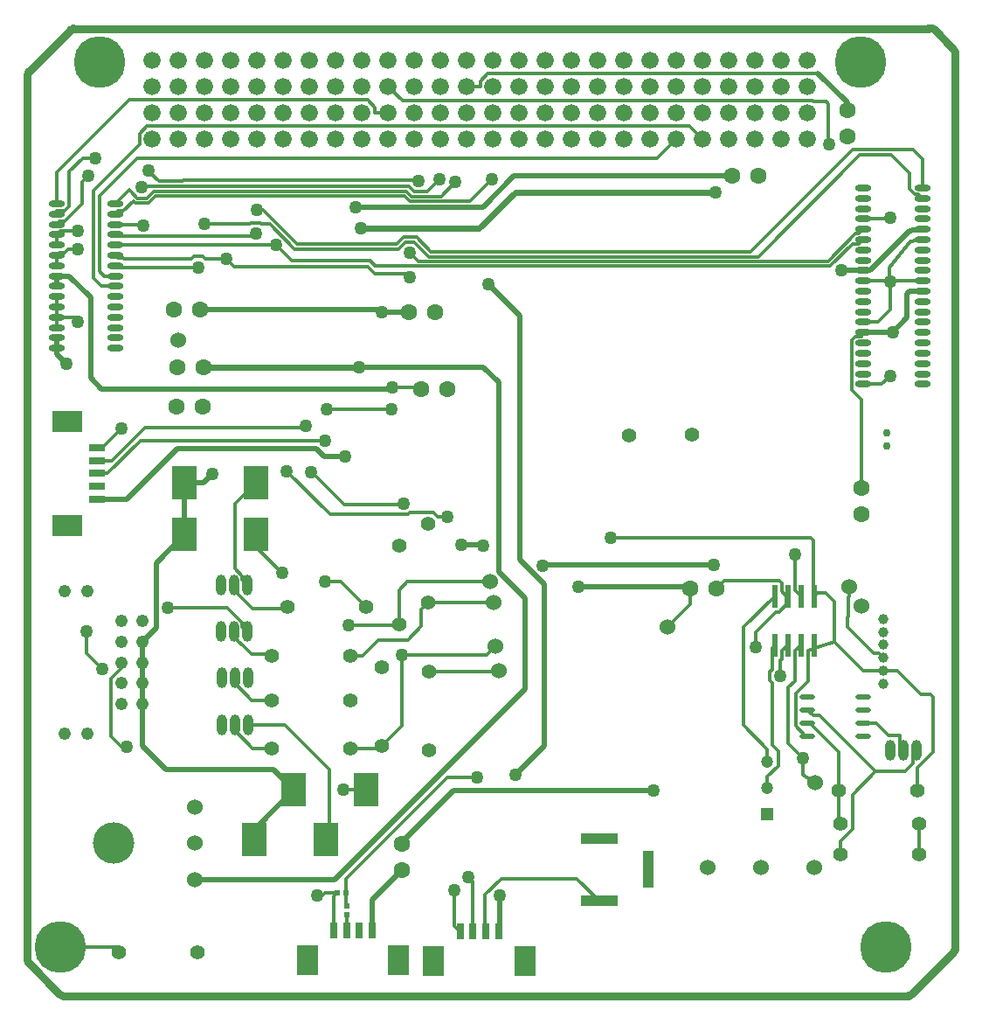
<source format=gtl>
G04 Layer_Physical_Order=1*
G04 Layer_Color=255*
%FSLAX43Y43*%
%MOMM*%
G71*
G01*
G75*
%ADD10R,3.000X2.100*%
%ADD11R,1.600X0.800*%
%ADD12O,1.600X0.600*%
%ADD13O,1.500X0.550*%
%ADD14R,2.400X3.300*%
%ADD15R,0.559X2.184*%
%ADD16R,0.559X0.610*%
%ADD17R,0.610X0.559*%
%ADD18C,0.508*%
%ADD19C,0.330*%
%ADD20C,0.559*%
%ADD21C,0.305*%
%ADD22C,0.762*%
%ADD23C,0.762*%
%ADD24C,0.750*%
%ADD25C,1.000*%
%ADD26C,1.524*%
%ADD27C,1.600*%
%ADD28R,2.100X3.000*%
%ADD29R,0.800X1.600*%
%ADD30R,1.100X3.600*%
%ADD31R,3.600X1.100*%
%ADD32C,1.220*%
%ADD33C,1.400*%
%ADD34O,1.000X2.000*%
%ADD35O,1.000X2.000*%
%ADD36C,1.676*%
%ADD37C,1.200*%
%ADD38R,1.200X1.200*%
%ADD39C,4.000*%
%ADD40C,1.270*%
%ADD41C,5.000*%
D10*
X4142Y46305D02*
D03*
Y56405D02*
D03*
D11*
X7042Y48855D02*
D03*
Y50105D02*
D03*
Y51355D02*
D03*
Y52605D02*
D03*
Y53855D02*
D03*
D12*
X8824Y63470D02*
D03*
Y64470D02*
D03*
Y65470D02*
D03*
Y66470D02*
D03*
Y67470D02*
D03*
Y68470D02*
D03*
Y69470D02*
D03*
Y70470D02*
D03*
Y71470D02*
D03*
Y72470D02*
D03*
Y73470D02*
D03*
Y74470D02*
D03*
Y75470D02*
D03*
Y76470D02*
D03*
Y77470D02*
D03*
X3124D02*
D03*
Y76470D02*
D03*
Y75470D02*
D03*
Y74470D02*
D03*
Y73470D02*
D03*
Y72470D02*
D03*
Y71470D02*
D03*
Y70470D02*
D03*
Y69470D02*
D03*
Y68470D02*
D03*
Y67470D02*
D03*
Y66470D02*
D03*
Y65470D02*
D03*
Y64470D02*
D03*
Y63470D02*
D03*
X81331Y59994D02*
D03*
Y60994D02*
D03*
Y61994D02*
D03*
Y62994D02*
D03*
Y63994D02*
D03*
Y64994D02*
D03*
Y65994D02*
D03*
Y66994D02*
D03*
Y67994D02*
D03*
Y68994D02*
D03*
Y69994D02*
D03*
Y70994D02*
D03*
Y71994D02*
D03*
Y72994D02*
D03*
Y73994D02*
D03*
Y74994D02*
D03*
Y75994D02*
D03*
Y76994D02*
D03*
Y77994D02*
D03*
Y78994D02*
D03*
X87031D02*
D03*
Y77994D02*
D03*
Y76994D02*
D03*
Y75994D02*
D03*
Y74994D02*
D03*
Y73994D02*
D03*
Y72994D02*
D03*
Y71994D02*
D03*
Y70994D02*
D03*
Y69994D02*
D03*
Y68994D02*
D03*
Y67994D02*
D03*
Y66994D02*
D03*
Y65994D02*
D03*
Y64994D02*
D03*
Y63994D02*
D03*
Y62994D02*
D03*
Y61994D02*
D03*
Y60994D02*
D03*
Y59994D02*
D03*
D13*
X75921Y29743D02*
D03*
Y28473D02*
D03*
Y27203D02*
D03*
Y25933D02*
D03*
X81321Y29743D02*
D03*
Y28473D02*
D03*
Y27203D02*
D03*
Y25933D02*
D03*
D14*
X22255Y15900D02*
D03*
X29205D02*
D03*
X26141Y20752D02*
D03*
X33091D02*
D03*
X15524Y45441D02*
D03*
X22474D02*
D03*
X15524Y50444D02*
D03*
X22474D02*
D03*
D15*
X72720Y34747D02*
D03*
X73990D02*
D03*
X75260D02*
D03*
X76530D02*
D03*
Y39472D02*
D03*
X75260D02*
D03*
X73990D02*
D03*
X72720D02*
D03*
D16*
X30366Y10744D02*
D03*
X31204D02*
D03*
D17*
X31242Y8649D02*
D03*
Y9487D02*
D03*
D18*
X32461Y61671D02*
X44501D01*
X45999Y60173D01*
Y41834D02*
Y60173D01*
Y41834D02*
X48514Y39319D01*
Y30505D02*
Y39319D01*
X44958Y69672D02*
X48031Y66599D01*
Y43002D02*
Y66599D01*
Y43002D02*
X50419Y40615D01*
Y24943D02*
Y40615D01*
X47650Y22174D02*
X50419Y24943D01*
X30059Y12050D02*
X48514Y30505D01*
X16561Y12050D02*
X30059D01*
X24186Y22708D02*
X26129Y20764D01*
X22611Y17221D02*
X26141Y20752D01*
X20142Y22708D02*
X24186D01*
X13746D02*
X20142D01*
X11449Y25005D02*
X13746Y22708D01*
X41580Y20625D02*
X60960D01*
X36627Y15672D02*
X41580Y20625D01*
X34671Y66954D02*
X37262D01*
X7493Y59538D02*
X35636D01*
X11449Y25005D02*
Y35045D01*
X32131Y77165D02*
X44450D01*
X47473Y80188D01*
X68580D01*
X50317Y42469D02*
X66802D01*
X29079Y52972D02*
X31115D01*
X17399Y50444D02*
X18263Y51308D01*
X15524Y50444D02*
X17399D01*
X11449Y35045D02*
X12776Y36373D01*
Y42692D01*
X15524Y45441D02*
Y50444D01*
X12776Y42692D02*
X15524Y45441D01*
X46101Y7331D02*
Y10490D01*
X45898Y7128D02*
X46101Y7331D01*
X6452Y60579D02*
X7493Y59538D01*
X81973Y70994D02*
X85808Y74828D01*
X86055Y74904D02*
X86941D01*
X85979Y74828D02*
X86055Y74904D01*
X85808Y74828D02*
X85979D01*
X3124Y62915D02*
X4064Y61976D01*
X3124Y62915D02*
Y64470D01*
X81331Y64994D02*
X84171D01*
X76924Y90081D02*
X79756Y87249D01*
X53696Y40386D02*
X64541D01*
X86941Y74904D02*
X87031Y74994D01*
X84171Y64994D02*
X85547Y66421D01*
Y68783D01*
X85758Y68994D01*
X87031D01*
X28305Y53746D02*
X29079Y52972D01*
X7042Y48855D02*
X9967D01*
X14859Y53746D01*
X28305D01*
X3124Y70470D02*
X4384D01*
X6452Y60579D02*
Y68402D01*
X4384Y70470D02*
X6452Y68402D01*
X3124Y69470D02*
Y70470D01*
X33737Y7127D02*
Y10038D01*
X36627Y12929D01*
X79172Y70994D02*
X81973D01*
X17069Y67259D02*
X34366D01*
X34671Y66954D01*
X42342Y44425D02*
X44399D01*
D19*
X31204Y10744D02*
Y12103D01*
X29121Y10744D02*
X30366D01*
X29987Y7127D02*
Y10365D01*
X30366Y10744D01*
X31204Y9525D02*
X31242Y9487D01*
X31204Y9525D02*
Y10744D01*
X31237Y7127D02*
Y8636D01*
X41046Y21946D02*
X43891D01*
X31204Y12103D02*
X41046Y21946D01*
X28892Y10516D02*
X29121Y10744D01*
X28397Y10516D02*
X28892D01*
X33091Y20752D02*
X33091Y20752D01*
X30937Y20752D02*
X33091D01*
X29561Y16104D02*
Y22662D01*
X22611Y16104D02*
Y17221D01*
X26129Y20764D02*
X26141Y20752D01*
X36627Y15469D02*
Y15672D01*
X37262Y66954D02*
X37313Y67005D01*
X38252Y59690D02*
X38456Y59487D01*
X35636Y59690D02*
X38252D01*
X3526Y5479D02*
X9169D01*
X21138Y36521D02*
X21615Y36043D01*
X21138Y36521D02*
Y36871D01*
X19680Y38329D02*
X21138Y36871D01*
X13919Y38329D02*
X19680D01*
X21138Y41067D02*
X21615Y40589D01*
X21138Y41067D02*
Y41417D01*
X20422Y42133D02*
X21138Y41417D01*
X20422Y42133D02*
Y43764D01*
X21666Y27000D02*
X25222D01*
X29561Y22662D01*
X37765Y78626D02*
X39053D01*
X37576Y78169D02*
X40437D01*
Y78181D02*
X41808Y79553D01*
X43167Y77711D02*
X45314Y79858D01*
X37386Y77711D02*
X43167D01*
X76238Y45136D02*
X76479Y44895D01*
X56858Y45136D02*
X76238D01*
X36886Y70714D02*
X37389Y70211D01*
X33960Y70714D02*
X36886D01*
X37580Y71425D02*
X78112D01*
X37530Y71476D02*
X37580Y71425D01*
X33990Y71476D02*
X37530D01*
X38202Y71882D02*
X77881D01*
X37363Y72720D02*
X38202Y71882D01*
X33533Y71933D02*
X33990Y71476D01*
X70409Y72796D02*
X80289Y82677D01*
X39424Y72796D02*
X70409D01*
X71120Y72339D02*
X81001Y82220D01*
X39235Y72339D02*
X71120D01*
X77881Y71882D02*
X80586Y74586D01*
X78112Y71425D02*
X80273Y73586D01*
X17475Y75514D02*
X21877D01*
X21992Y75629D01*
X22865D01*
X22979Y75514D01*
X23818D01*
X26231Y73101D01*
X39053Y78626D02*
X40284Y79858D01*
X38151Y79731D02*
X38202Y79680D01*
X37257Y79134D02*
X37765Y78626D01*
X11493Y79134D02*
X37257D01*
X37068Y78676D02*
X37576Y78169D01*
X12527Y78676D02*
X37068D01*
X36878Y78219D02*
X37386Y77711D01*
X12716Y78219D02*
X36878D01*
X10922Y81890D02*
X61366D01*
X36690Y87414D02*
X76389D01*
X5155Y74878D02*
X5156Y74879D01*
X3532Y74878D02*
X5155D01*
X3124Y74470D02*
X3532Y74878D01*
X3124Y73470D02*
Y74470D01*
X44653Y6807D02*
Y10541D01*
X46253Y12141D01*
X53569D02*
X55753Y9957D01*
X46253Y12141D02*
X53569D01*
X41707Y7569D02*
Y10973D01*
Y7569D02*
X42240Y7036D01*
X43028Y12268D02*
X43490Y11806D01*
Y7036D02*
Y11806D01*
X67081Y40208D02*
X67856Y40983D01*
X64541Y38659D02*
Y40208D01*
X9415Y24867D02*
X9931D01*
X8420Y25862D02*
X9415Y24867D01*
X73419Y39916D02*
X73863Y39472D01*
X73419Y39916D02*
Y40737D01*
X73173Y40983D02*
X73419Y40737D01*
X67856Y40983D02*
X73173D01*
X8420Y25862D02*
Y31472D01*
X9449Y32501D01*
X72466Y32377D02*
Y34493D01*
X72250Y32161D02*
X72466Y32377D01*
X72250Y31288D02*
Y32161D01*
Y31288D02*
X72466Y31072D01*
Y25051D02*
Y31072D01*
Y34493D02*
X72720Y34747D01*
X72466Y25051D02*
X73053Y24463D01*
X8824Y75470D02*
X11500D01*
X11582Y75387D01*
X37160Y35230D02*
X38506Y36576D01*
Y38202D01*
X8996Y71298D02*
X16866D01*
X9675Y72136D02*
X16213D01*
X8824Y73470D02*
X24372D01*
X7290Y78257D02*
X10922Y81890D01*
X17518Y72136D02*
X19558D01*
X17302Y72352D02*
X17518Y72136D01*
X16429Y72352D02*
X17302D01*
X16213Y72136D02*
X16429Y72352D01*
X9622Y72189D02*
X9675Y72136D01*
X9105Y72189D02*
X9622D01*
X8824Y72470D02*
X9105Y72189D01*
X8824Y71470D02*
X8996Y71298D01*
X4272Y73101D02*
X5232D01*
X3922Y72751D02*
X4272Y73101D01*
X3405Y72751D02*
X3922D01*
X3124Y72470D02*
X3405Y72751D01*
X5232Y72949D02*
Y73101D01*
X4853Y66470D02*
X4978Y66345D01*
X3124Y66470D02*
X4853D01*
X3124Y65470D02*
Y66470D01*
Y68470D01*
Y71470D02*
Y72470D01*
X5613Y79604D02*
X6198Y80188D01*
X4343Y77172D02*
Y80569D01*
X12967Y84976D02*
X12967D01*
X12941Y85001D02*
X12967Y84976D01*
X12967D02*
X13005Y85014D01*
X11900Y85001D02*
X12941D01*
X11163Y84265D02*
X11900Y85001D01*
X11163Y83223D02*
Y84265D01*
Y83223D02*
X11189Y83198D01*
Y83198D02*
Y83198D01*
X6706Y78715D02*
X11189Y83198D01*
X6706Y70274D02*
Y78715D01*
X7290Y70942D02*
Y78257D01*
X5613Y77442D02*
Y79604D01*
X3922Y75751D02*
X5613Y77442D01*
X3405Y75751D02*
X3922D01*
X3124Y75470D02*
X3405Y75751D01*
X3124Y76751D02*
X3922D01*
X4343Y77172D01*
X3124Y76470D02*
Y76751D01*
X20396Y26470D02*
Y27000D01*
Y26470D02*
X22127Y24740D01*
X22181D01*
X20396Y31042D02*
Y31572D01*
Y31042D02*
X22076Y29362D01*
X22130D01*
X20345Y40589D02*
X20696Y40238D01*
Y39708D02*
Y40238D01*
Y39708D02*
X22102Y38303D01*
X22155D01*
X7510Y69470D02*
X8824D01*
X7762Y70470D02*
X8824D01*
X7290Y70942D02*
X7762Y70470D01*
X6706Y70274D02*
X7510Y69470D01*
X33998Y86284D02*
X35281D01*
X33998D02*
Y86805D01*
X33261Y87541D02*
X33998Y86805D01*
X3124Y77470D02*
Y80493D01*
X10172Y87541D01*
X33261D01*
X86766Y14529D02*
Y17399D01*
X86690Y14453D02*
X86766Y14529D01*
X86589Y20625D02*
Y22889D01*
X88087Y24387D01*
Y29682D01*
X87841Y29928D02*
X88087Y29682D01*
X86912Y29928D02*
X87841D01*
X84581Y32259D02*
X86912Y29928D01*
X83267Y32259D02*
X84581D01*
X86111Y24211D02*
X86462Y24562D01*
X86111Y23237D02*
Y24211D01*
X85352Y22479D02*
X86111Y23237D01*
X82508Y22479D02*
X85352D01*
X77090Y27897D02*
X82508Y22479D01*
X76496Y27897D02*
X77090D01*
X75921Y28473D02*
X76496Y27897D01*
X75734Y25933D02*
X75921D01*
X74752Y26916D02*
X75734Y25933D01*
X74752Y26916D02*
Y30032D01*
X75959Y31239D01*
Y34176D01*
X75921Y27203D02*
X76107D01*
X78969Y24342D01*
Y20625D02*
Y24342D01*
Y17577D02*
Y20625D01*
Y17577D02*
X79146Y17399D01*
X79070Y14453D02*
Y15740D01*
X80266Y16935D01*
Y20236D01*
X82508Y22479D01*
X72034Y20904D02*
Y22003D01*
X73053Y23022D01*
Y24463D01*
X72034Y23444D02*
Y24656D01*
X76530Y39472D02*
X76835Y39776D01*
X77673D01*
X78511Y38938D01*
Y35052D02*
Y38938D01*
X73419Y34176D02*
X73990Y34747D01*
X73419Y33367D02*
Y34176D01*
X73304Y33253D02*
X73419Y33367D01*
X73304Y31725D02*
Y33253D01*
X74689Y34176D02*
X75260Y34747D01*
X74689Y31275D02*
Y34176D01*
X74016Y30602D02*
X74689Y31275D01*
X74016Y25248D02*
Y30602D01*
Y25248D02*
X75489Y23774D01*
X81305Y32259D02*
X83267D01*
X75959Y34176D02*
X76645Y34411D01*
X78511Y35052D01*
X84841Y24913D02*
X85192Y24562D01*
X84841Y24913D02*
Y25981D01*
X83772D02*
X84841D01*
X82550Y27203D02*
X83772Y25981D01*
X81321Y27203D02*
X82550D01*
X42901Y88824D02*
X44183D01*
Y89345D01*
X44920Y90081D01*
X76924D01*
X79756Y86487D02*
Y87249D01*
X69723Y26968D02*
X72034Y24656D01*
X69723Y26968D02*
Y36474D01*
X72720Y39472D01*
X70866Y34519D02*
Y35992D01*
X72835Y37960D01*
X73173D01*
X73863Y38650D01*
Y39472D01*
X6071Y33934D02*
Y36093D01*
Y33934D02*
X7544Y32461D01*
X4877Y66243D02*
X4978Y66345D01*
X62332Y36449D02*
X64541Y38659D01*
X78511Y35052D02*
X81305Y32259D01*
X75489Y22174D02*
Y23774D01*
Y22174D02*
X76632Y21387D01*
X82837Y33939D02*
X83267Y33509D01*
X82294Y33939D02*
X82837D01*
X79781Y36452D02*
X82294Y33939D01*
X79781Y36452D02*
X79934Y40411D01*
X36627Y26899D02*
Y33757D01*
X34671Y24943D02*
X36627Y26899D01*
X39167Y38862D02*
X45491D01*
X45491Y38862D01*
X38506Y38202D02*
X39167Y38862D01*
X36627Y33757D02*
X44831D01*
X45669Y34595D01*
X36347Y36779D02*
Y40081D01*
X37135Y40869D01*
X45187D01*
X9449Y32501D02*
Y33045D01*
X8824Y76470D02*
X9105Y76751D01*
X9622D01*
X4877Y66243D02*
X5080Y66040D01*
X5232D01*
X5664Y81890D02*
X6909D01*
X4343Y80569D02*
X5664Y81890D01*
X12065Y80620D02*
Y80696D01*
X45974Y32182D02*
X46025Y32233D01*
X39192Y32182D02*
X45974D01*
X15372Y79642D02*
X15461Y79731D01*
X38151D01*
X13043Y79642D02*
X15372D01*
X12065Y80620D02*
X13043Y79642D01*
X45898Y7128D02*
X45990Y7036D01*
X35281Y88824D02*
X36690Y87414D01*
X76389D02*
X76452Y87351D01*
X77724D01*
X77953Y87122D01*
Y83185D02*
Y87122D01*
X76479Y39522D02*
Y44895D01*
Y39522D02*
X76530Y39472D01*
X74727Y40005D02*
Y43485D01*
Y40005D02*
X75260Y39472D01*
X87031Y78994D02*
Y81803D01*
X86157Y82677D02*
X87031Y81803D01*
X86623Y78402D02*
X87031Y77994D01*
X86286Y78402D02*
X86623D01*
X85827Y78861D02*
X86286Y78402D01*
X85827Y78861D02*
Y80442D01*
X84049Y82220D02*
X85827Y80442D01*
X81001Y82220D02*
X84049D01*
X8824Y77470D02*
X10170Y78816D01*
X10351Y78636D01*
Y78608D02*
Y78636D01*
X10968Y77991D02*
X11841D01*
X9622Y76751D02*
X10592Y77720D01*
X10779Y77534D02*
X12031D01*
X10351Y78608D02*
X10968Y77991D01*
X10592Y77720D02*
X10592D01*
X10779Y77534D01*
X11405Y79045D02*
X11493Y79134D01*
X12031Y77534D02*
X12716Y78219D01*
X11841Y77991D02*
X12527Y78676D01*
X80273Y73586D02*
X80923D01*
X81331Y73994D01*
X24372Y73470D02*
X25909Y71933D01*
X33533D01*
X80923Y74586D02*
X81331Y74994D01*
X80586Y74586D02*
X80923D01*
X33299Y71374D02*
X33960Y70714D01*
X20320Y71374D02*
X33299D01*
X19558Y72136D02*
X20320Y71374D01*
X80289Y82677D02*
X86157D01*
X37825Y73749D02*
X39235Y72339D01*
X36952Y73749D02*
X37825D01*
X36304Y73101D02*
X36952Y73749D01*
X26231Y73101D02*
X36304D01*
X22187Y74333D02*
X22428Y74574D01*
X8824Y74470D02*
X8961Y74333D01*
X22187D01*
X38015Y74206D02*
X39424Y72796D01*
X36763Y74206D02*
X38015D01*
X36115Y73558D02*
X36763Y74206D01*
X26467Y73558D02*
X36115D01*
X22581Y76860D02*
X23165D01*
X26467Y73558D01*
X29312Y57607D02*
X29362Y57556D01*
X35585D01*
X44399Y44425D02*
X44450Y44374D01*
X81153Y64816D02*
X81331Y64994D01*
X81153Y64586D02*
Y64816D01*
X80586Y64586D02*
X81153D01*
X80239Y64239D02*
X80586Y64586D01*
X80239Y59402D02*
Y64239D01*
Y59402D02*
X81153Y58488D01*
Y49911D02*
Y58488D01*
D20*
X44094Y75108D02*
X47574Y78588D01*
X32614Y75108D02*
X44094D01*
X47574Y78588D02*
X66980D01*
X17348Y61671D02*
X32461D01*
D21*
X25425Y51587D02*
X29642Y47371D01*
X31039Y48362D02*
X36703D01*
X36754Y48412D01*
X29642Y47371D02*
X37185D01*
X37403Y47588D02*
X39625D01*
X37185Y47371D02*
X37403Y47588D01*
X13005Y85014D02*
X64491D01*
X61366Y81890D02*
X63221Y83744D01*
X31420Y36678D02*
X36246Y36678D01*
X20422Y43764D02*
Y48392D01*
X7551Y53855D02*
X9398Y55702D01*
X82733Y65994D02*
X83972Y67234D01*
X81331Y65994D02*
X82733D01*
X83972Y67234D02*
Y69994D01*
X11703Y55778D02*
X27457D01*
X11249Y54534D02*
X29185D01*
X27915Y51486D02*
X31039Y48362D01*
X27762Y51486D02*
X27915D01*
X34290Y35230D02*
X37160D01*
X32791Y33731D02*
X34290Y35230D01*
X30658Y40919D02*
X33147Y38430D01*
X31623Y33731D02*
X32791D01*
X85890Y73861D02*
X87031Y73994D01*
X83828Y71255D02*
X85890Y73861D01*
X83828Y69994D02*
Y71255D01*
X22155Y38303D02*
X25527D01*
X20345Y35567D02*
X20709Y35203D01*
Y35167D02*
Y35203D01*
Y35167D02*
X21240Y34636D01*
X21276D01*
X22028Y33884D01*
X20345Y35567D02*
Y36043D01*
X8070Y51355D02*
X11249Y54534D01*
X7042Y51355D02*
X8070D01*
X8529Y52605D02*
X11703Y55778D01*
X64491Y85014D02*
X65761Y83744D01*
X83083Y59994D02*
X83896Y60808D01*
X81331Y59994D02*
X83083D01*
X83828Y69994D02*
X83972D01*
X81331D02*
X83828D01*
X83843Y75994D02*
X83972Y76124D01*
X81331Y75994D02*
X83843D01*
X7042Y53855D02*
X7551D01*
X34442Y24714D02*
X34671Y24943D01*
X31598Y24714D02*
X34442D01*
X22181Y24740D02*
X23305D01*
X22130Y29362D02*
X24028D01*
X7042Y52605D02*
X8529D01*
X22474Y44226D02*
X24968Y41732D01*
X31521Y33833D02*
X31623Y33731D01*
X29134Y40919D02*
X30658D01*
X22028Y33884D02*
X24003D01*
X83972Y69994D02*
X87031D01*
X39625Y47588D02*
X40096Y47117D01*
X40970D01*
X20422Y48392D02*
X22474Y50444D01*
D22*
X3439Y925D02*
G03*
X3439Y924I270J269D01*
G01*
X3464Y899D02*
G03*
X3734Y787I270J269D01*
G01*
X305Y4216D02*
G03*
X417Y3947I381J0D01*
G01*
X305Y4216D02*
G03*
X416Y3947I381J0D01*
G01*
X3464Y899D02*
G03*
X3734Y787I269J269D01*
G01*
X416Y90236D02*
G03*
X305Y89967I269J-269D01*
G01*
X417Y90237D02*
G03*
X305Y89967I269J-270D01*
G01*
X4775Y94437D02*
G03*
X4505Y94325I0J-381D01*
G01*
X4775Y94437D02*
G03*
X4506Y94326I0J-381D01*
G01*
X85700Y787D02*
G03*
X85969Y899I0J381D01*
G01*
X85700Y787D02*
G03*
X85969Y899I0J381D01*
G01*
X90058Y4988D02*
G03*
X90170Y5258I-269J270D01*
G01*
X90058Y4988D02*
G03*
X90170Y5258I-269J269D01*
G01*
X88153Y94376D02*
G03*
X87694Y94437I-269J-269D01*
G01*
X88154Y94376D02*
G03*
X87694Y94437I-270J-269D01*
G01*
X90170Y92202D02*
G03*
X90058Y92471I-381J0D01*
G01*
X90170Y92202D02*
G03*
X90058Y92472I-381J0D01*
G01*
X3464Y899D02*
X3464Y899D01*
X3439Y924D02*
X3464Y899D01*
X3439Y924D02*
X3439Y924D01*
X3439Y925D02*
X3439Y924D01*
X417Y3947D02*
X3439Y925D01*
X416Y3947D02*
X417Y3947D01*
X3734Y787D02*
X84506D01*
X305Y4216D02*
Y89967D01*
X416Y90236D02*
X417Y90237D01*
X4505Y94325D01*
X4506Y94326D01*
X4775Y94437D02*
X4801D01*
X87694D01*
X84506Y787D02*
X85700D01*
X85969Y899D02*
X85969Y899D01*
X90058Y4988D01*
X90058Y4988D01*
X90170Y5258D02*
Y91821D01*
Y92202D01*
X90058Y92472D02*
X90058Y92471D01*
X88154Y94376D02*
X90058Y92472D01*
X88153Y94376D02*
X88154Y94376D01*
D23*
X3439Y924D02*
D03*
D24*
X83591Y55275D02*
D03*
Y54020D02*
D03*
D25*
X83267Y33509D02*
D03*
Y36009D02*
D03*
Y31009D02*
D03*
Y34759D02*
D03*
Y37259D02*
D03*
Y32259D02*
D03*
D26*
X71400Y13183D02*
D03*
X76530D02*
D03*
X66270D02*
D03*
X16561Y19050D02*
D03*
Y12050D02*
D03*
Y15550D02*
D03*
X14910Y64287D02*
D03*
X62332Y36449D02*
D03*
X76632Y21387D02*
D03*
X79934Y40411D02*
D03*
X81178Y38506D02*
D03*
X46025Y32233D02*
D03*
X45491Y38862D02*
D03*
X45669Y34595D02*
D03*
X45187Y40869D02*
D03*
D27*
X36627Y12929D02*
D03*
Y15469D02*
D03*
X79756Y83947D02*
D03*
Y86487D02*
D03*
X38456Y59487D02*
D03*
X40996D02*
D03*
X68580Y80162D02*
D03*
X71120D02*
D03*
X67081Y40208D02*
D03*
X64541D02*
D03*
X14808Y61671D02*
D03*
X17348D02*
D03*
X39853Y67005D02*
D03*
X37313D02*
D03*
X81153Y49911D02*
D03*
Y47371D02*
D03*
X14529Y67259D02*
D03*
X17069D02*
D03*
X14732Y57861D02*
D03*
X17272D02*
D03*
D28*
X39690Y4136D02*
D03*
X48540D02*
D03*
X27437Y4227D02*
D03*
X36287D02*
D03*
D29*
X44740Y7036D02*
D03*
X45990D02*
D03*
X43490D02*
D03*
X42240D02*
D03*
X32487Y7127D02*
D03*
X33737D02*
D03*
X31237D02*
D03*
X29987D02*
D03*
D30*
X60453Y13007D02*
D03*
D31*
X55753Y16007D02*
D03*
Y9957D02*
D03*
D32*
X3899Y26120D02*
D03*
X6159D02*
D03*
X3899Y39970D02*
D03*
X6159D02*
D03*
X9449Y37045D02*
D03*
X11449D02*
D03*
X9449Y35045D02*
D03*
X11449D02*
D03*
X9449Y33045D02*
D03*
X11449D02*
D03*
X9449Y31045D02*
D03*
X11449D02*
D03*
X9449Y29045D02*
D03*
X11449D02*
D03*
D33*
X9169Y5004D02*
D03*
X16789D02*
D03*
X86690Y14453D02*
D03*
X79070D02*
D03*
X86766Y17399D02*
D03*
X79146D02*
D03*
X78969Y20625D02*
D03*
X86589D02*
D03*
X31598Y24714D02*
D03*
X23978D02*
D03*
X31648Y29362D02*
D03*
X24028D02*
D03*
X31623Y33731D02*
D03*
X24003D02*
D03*
X33147Y38430D02*
D03*
X25527D02*
D03*
X39192Y32182D02*
D03*
Y24562D02*
D03*
X39167Y38862D02*
D03*
Y46482D02*
D03*
X36347Y36779D02*
D03*
Y44399D02*
D03*
X34671Y24943D02*
D03*
Y32563D02*
D03*
X64745Y55143D02*
D03*
X58623Y55016D02*
D03*
D34*
X86462Y24562D02*
D03*
X83922D02*
D03*
X21615Y40589D02*
D03*
X20345D02*
D03*
X21615Y36043D02*
D03*
X20345D02*
D03*
X21666Y31572D02*
D03*
X20396D02*
D03*
X21666Y27000D02*
D03*
X20396D02*
D03*
D35*
X85192Y24562D02*
D03*
X19075Y40589D02*
D03*
Y36043D02*
D03*
X19126Y31572D02*
D03*
Y27000D02*
D03*
D36*
X12421Y91364D02*
D03*
Y88824D02*
D03*
Y86284D02*
D03*
Y83744D02*
D03*
X14961Y91364D02*
D03*
Y88824D02*
D03*
Y86284D02*
D03*
Y83744D02*
D03*
X17501Y91364D02*
D03*
Y88824D02*
D03*
Y86284D02*
D03*
Y83744D02*
D03*
X20041Y91364D02*
D03*
Y88824D02*
D03*
Y86284D02*
D03*
Y83744D02*
D03*
X22581Y91364D02*
D03*
Y88824D02*
D03*
Y86284D02*
D03*
Y83744D02*
D03*
X25121Y91364D02*
D03*
Y88824D02*
D03*
Y86284D02*
D03*
Y83744D02*
D03*
X27661Y91364D02*
D03*
Y88824D02*
D03*
Y86284D02*
D03*
Y83744D02*
D03*
X30201Y91364D02*
D03*
Y88824D02*
D03*
Y86284D02*
D03*
Y83744D02*
D03*
X32741Y91364D02*
D03*
Y88824D02*
D03*
Y86284D02*
D03*
Y83744D02*
D03*
X35281Y91364D02*
D03*
Y88824D02*
D03*
Y86284D02*
D03*
Y83744D02*
D03*
X37821Y91364D02*
D03*
Y88824D02*
D03*
X40361Y86284D02*
D03*
Y83744D02*
D03*
Y91364D02*
D03*
Y88824D02*
D03*
X42901Y86284D02*
D03*
Y83744D02*
D03*
Y91364D02*
D03*
Y88824D02*
D03*
X45441Y86284D02*
D03*
Y83744D02*
D03*
Y91364D02*
D03*
Y88824D02*
D03*
X47981Y86284D02*
D03*
Y83744D02*
D03*
Y91364D02*
D03*
Y88824D02*
D03*
X50521Y86284D02*
D03*
Y83744D02*
D03*
Y91364D02*
D03*
Y88824D02*
D03*
X53061Y86284D02*
D03*
Y83744D02*
D03*
Y91364D02*
D03*
Y88824D02*
D03*
X55601Y86284D02*
D03*
Y83744D02*
D03*
Y91364D02*
D03*
Y88824D02*
D03*
X58141Y86284D02*
D03*
Y83744D02*
D03*
Y91364D02*
D03*
Y88824D02*
D03*
X60681Y86284D02*
D03*
Y83744D02*
D03*
Y91364D02*
D03*
Y88824D02*
D03*
X63221Y86284D02*
D03*
Y83744D02*
D03*
Y91364D02*
D03*
Y88824D02*
D03*
X65761Y86284D02*
D03*
Y83744D02*
D03*
Y91364D02*
D03*
Y88824D02*
D03*
X68301Y86284D02*
D03*
Y83744D02*
D03*
Y91364D02*
D03*
Y88824D02*
D03*
X70841Y86284D02*
D03*
Y83744D02*
D03*
Y91364D02*
D03*
Y88824D02*
D03*
X73381Y86284D02*
D03*
Y83744D02*
D03*
Y91364D02*
D03*
Y88824D02*
D03*
X75921Y86284D02*
D03*
Y83744D02*
D03*
Y91364D02*
D03*
Y88824D02*
D03*
X37821Y86284D02*
D03*
Y83744D02*
D03*
D37*
X72034Y23444D02*
D03*
Y20904D02*
D03*
D38*
Y18364D02*
D03*
D39*
X8651Y15550D02*
D03*
D40*
X28397Y10516D02*
D03*
X30937Y20752D02*
D03*
X32614Y75108D02*
D03*
X56858Y45136D02*
D03*
X37389Y70358D02*
D03*
X36754Y48412D02*
D03*
X41808Y79553D02*
D03*
X40284Y79858D02*
D03*
X38202Y79680D02*
D03*
X45314Y79858D02*
D03*
X53696Y40386D02*
D03*
X45009Y69672D02*
D03*
X18263Y51308D02*
D03*
X5156Y74879D02*
D03*
X46101Y10490D02*
D03*
X47650Y22174D02*
D03*
X41707Y10973D02*
D03*
X43028Y12268D02*
D03*
X31420Y36678D02*
D03*
X35636Y59690D02*
D03*
X9398Y55702D02*
D03*
X32461Y61671D02*
D03*
X66980Y78588D02*
D03*
X4064Y61976D02*
D03*
X11582Y75387D02*
D03*
X29134Y54534D02*
D03*
X27280Y55931D02*
D03*
X27762Y51486D02*
D03*
X25425Y51587D02*
D03*
X11405Y79045D02*
D03*
X19558Y72136D02*
D03*
X16866Y71298D02*
D03*
X22428Y74574D02*
D03*
X24372Y73470D02*
D03*
X5232Y73101D02*
D03*
X6198Y80188D02*
D03*
X83896Y60808D02*
D03*
Y69926D02*
D03*
X83972Y76124D02*
D03*
X24968Y41732D02*
D03*
X29134Y40919D02*
D03*
X84171Y64994D02*
D03*
X73304Y31725D02*
D03*
X75489Y23774D02*
D03*
X31115Y52972D02*
D03*
X40970Y47117D02*
D03*
X70866Y34519D02*
D03*
X6071Y36093D02*
D03*
X7544Y32461D02*
D03*
X9931Y24867D02*
D03*
X13919Y38329D02*
D03*
X36627Y33757D02*
D03*
X5232Y66040D02*
D03*
X6909Y81890D02*
D03*
X12065Y80696D02*
D03*
X60960Y20625D02*
D03*
X74727Y43485D02*
D03*
X78003Y83185D02*
D03*
X79172Y70994D02*
D03*
X32131Y77165D02*
D03*
X37389Y72695D02*
D03*
X17475Y75514D02*
D03*
X22581Y76860D02*
D03*
X43891Y21946D02*
D03*
X29312Y57607D02*
D03*
X34671Y66954D02*
D03*
X66802Y42469D02*
D03*
X35585Y57556D02*
D03*
X50241Y42418D02*
D03*
X42342Y44425D02*
D03*
X44450Y44374D02*
D03*
D41*
X3526Y5479D02*
D03*
X83526D02*
D03*
X81026Y91179D02*
D03*
X7326D02*
D03*
M02*

</source>
